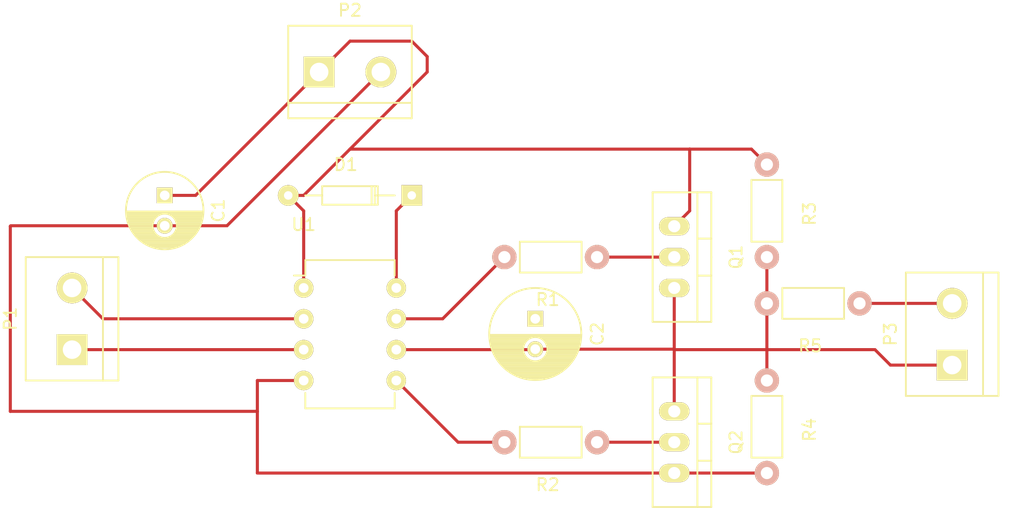
<source format=kicad_pcb>
(kicad_pcb (version 4) (host pcbnew 4.0.2+dfsg1-stable)

  (general
    (links 25)
    (no_connects 1)
    (area 0 0 0 0)
    (thickness 1.6)
    (drawings 0)
    (tracks 52)
    (zones 0)
    (modules 14)
    (nets 12)
  )

  (page A4)
  (layers
    (0 F.Cu signal)
    (31 B.Cu signal)
    (32 B.Adhes user)
    (33 F.Adhes user)
    (34 B.Paste user)
    (35 F.Paste user)
    (36 B.SilkS user)
    (37 F.SilkS user)
    (38 B.Mask user)
    (39 F.Mask user)
    (40 Dwgs.User user)
    (41 Cmts.User user)
    (42 Eco1.User user)
    (43 Eco2.User user)
    (44 Edge.Cuts user)
    (45 Margin user)
    (46 B.CrtYd user)
    (47 F.CrtYd user)
    (48 B.Fab user)
    (49 F.Fab user)
  )

  (setup
    (last_trace_width 0.25)
    (trace_clearance 0.2)
    (zone_clearance 0.508)
    (zone_45_only no)
    (trace_min 0.2)
    (segment_width 0.2)
    (edge_width 0.15)
    (via_size 0.6)
    (via_drill 0.4)
    (via_min_size 0.4)
    (via_min_drill 0.3)
    (uvia_size 0.3)
    (uvia_drill 0.1)
    (uvias_allowed no)
    (uvia_min_size 0.2)
    (uvia_min_drill 0.1)
    (pcb_text_width 0.3)
    (pcb_text_size 1.5 1.5)
    (mod_edge_width 0.15)
    (mod_text_size 1 1)
    (mod_text_width 0.15)
    (pad_size 1.524 1.524)
    (pad_drill 0.762)
    (pad_to_mask_clearance 0.2)
    (aux_axis_origin 0 0)
    (visible_elements FFFFFF7F)
    (pcbplotparams
      (layerselection 0x00030_80000001)
      (usegerberextensions false)
      (excludeedgelayer true)
      (linewidth 0.100000)
      (plotframeref false)
      (viasonmask false)
      (mode 1)
      (useauxorigin false)
      (hpglpennumber 1)
      (hpglpenspeed 20)
      (hpglpendiameter 15)
      (hpglpenoverlay 2)
      (psnegative false)
      (psa4output false)
      (plotreference true)
      (plotvalue true)
      (plotinvisibletext false)
      (padsonsilk false)
      (subtractmaskfromsilk false)
      (outputformat 1)
      (mirror false)
      (drillshape 1)
      (scaleselection 1)
      (outputdirectory ""))
  )

  (net 0 "")
  (net 1 GND)
  (net 2 +12C)
  (net 3 "Net-(C2-Pad2)")
  (net 4 "Net-(C2-Pad1)")
  (net 5 "Net-(P1-Pad1)")
  (net 6 "Net-(P1-Pad2)")
  (net 7 "Net-(P3-Pad2)")
  (net 8 "Net-(Q1-Pad2)")
  (net 9 "Net-(Q2-Pad2)")
  (net 10 "Net-(R1-Pad2)")
  (net 11 "Net-(R2-Pad2)")

  (net_class Default "This is the default net class."
    (clearance 0.2)
    (trace_width 0.25)
    (via_dia 0.6)
    (via_drill 0.4)
    (uvia_dia 0.3)
    (uvia_drill 0.1)
    (add_net +12C)
    (add_net GND)
    (add_net "Net-(C2-Pad1)")
    (add_net "Net-(C2-Pad2)")
    (add_net "Net-(P1-Pad1)")
    (add_net "Net-(P1-Pad2)")
    (add_net "Net-(P3-Pad2)")
    (add_net "Net-(Q1-Pad2)")
    (add_net "Net-(Q2-Pad2)")
    (add_net "Net-(R1-Pad2)")
    (add_net "Net-(R2-Pad2)")
  )

  (module Capacitors_ThroughHole:C_Radial_D6.3_L11.2_P2.5 (layer F.Cu) (tedit 0) (tstamp 5B1F3692)
    (at 151.13 97.79 270)
    (descr "Radial Electrolytic Capacitor, Diameter 6.3mm x Length 11.2mm, Pitch 2.5mm")
    (tags "Electrolytic Capacitor")
    (path /5B1E4AF9)
    (fp_text reference C1 (at 1.25 -4.4 270) (layer F.SilkS)
      (effects (font (size 1 1) (thickness 0.15)))
    )
    (fp_text value C (at 1.25 4.4 270) (layer F.Fab)
      (effects (font (size 1 1) (thickness 0.15)))
    )
    (fp_line (start 1.325 -3.149) (end 1.325 3.149) (layer F.SilkS) (width 0.15))
    (fp_line (start 1.465 -3.143) (end 1.465 3.143) (layer F.SilkS) (width 0.15))
    (fp_line (start 1.605 -3.13) (end 1.605 -0.446) (layer F.SilkS) (width 0.15))
    (fp_line (start 1.605 0.446) (end 1.605 3.13) (layer F.SilkS) (width 0.15))
    (fp_line (start 1.745 -3.111) (end 1.745 -0.656) (layer F.SilkS) (width 0.15))
    (fp_line (start 1.745 0.656) (end 1.745 3.111) (layer F.SilkS) (width 0.15))
    (fp_line (start 1.885 -3.085) (end 1.885 -0.789) (layer F.SilkS) (width 0.15))
    (fp_line (start 1.885 0.789) (end 1.885 3.085) (layer F.SilkS) (width 0.15))
    (fp_line (start 2.025 -3.053) (end 2.025 -0.88) (layer F.SilkS) (width 0.15))
    (fp_line (start 2.025 0.88) (end 2.025 3.053) (layer F.SilkS) (width 0.15))
    (fp_line (start 2.165 -3.014) (end 2.165 -0.942) (layer F.SilkS) (width 0.15))
    (fp_line (start 2.165 0.942) (end 2.165 3.014) (layer F.SilkS) (width 0.15))
    (fp_line (start 2.305 -2.968) (end 2.305 -0.981) (layer F.SilkS) (width 0.15))
    (fp_line (start 2.305 0.981) (end 2.305 2.968) (layer F.SilkS) (width 0.15))
    (fp_line (start 2.445 -2.915) (end 2.445 -0.998) (layer F.SilkS) (width 0.15))
    (fp_line (start 2.445 0.998) (end 2.445 2.915) (layer F.SilkS) (width 0.15))
    (fp_line (start 2.585 -2.853) (end 2.585 -0.996) (layer F.SilkS) (width 0.15))
    (fp_line (start 2.585 0.996) (end 2.585 2.853) (layer F.SilkS) (width 0.15))
    (fp_line (start 2.725 -2.783) (end 2.725 -0.974) (layer F.SilkS) (width 0.15))
    (fp_line (start 2.725 0.974) (end 2.725 2.783) (layer F.SilkS) (width 0.15))
    (fp_line (start 2.865 -2.704) (end 2.865 -0.931) (layer F.SilkS) (width 0.15))
    (fp_line (start 2.865 0.931) (end 2.865 2.704) (layer F.SilkS) (width 0.15))
    (fp_line (start 3.005 -2.616) (end 3.005 -0.863) (layer F.SilkS) (width 0.15))
    (fp_line (start 3.005 0.863) (end 3.005 2.616) (layer F.SilkS) (width 0.15))
    (fp_line (start 3.145 -2.516) (end 3.145 -0.764) (layer F.SilkS) (width 0.15))
    (fp_line (start 3.145 0.764) (end 3.145 2.516) (layer F.SilkS) (width 0.15))
    (fp_line (start 3.285 -2.404) (end 3.285 -0.619) (layer F.SilkS) (width 0.15))
    (fp_line (start 3.285 0.619) (end 3.285 2.404) (layer F.SilkS) (width 0.15))
    (fp_line (start 3.425 -2.279) (end 3.425 -0.38) (layer F.SilkS) (width 0.15))
    (fp_line (start 3.425 0.38) (end 3.425 2.279) (layer F.SilkS) (width 0.15))
    (fp_line (start 3.565 -2.136) (end 3.565 2.136) (layer F.SilkS) (width 0.15))
    (fp_line (start 3.705 -1.974) (end 3.705 1.974) (layer F.SilkS) (width 0.15))
    (fp_line (start 3.845 -1.786) (end 3.845 1.786) (layer F.SilkS) (width 0.15))
    (fp_line (start 3.985 -1.563) (end 3.985 1.563) (layer F.SilkS) (width 0.15))
    (fp_line (start 4.125 -1.287) (end 4.125 1.287) (layer F.SilkS) (width 0.15))
    (fp_line (start 4.265 -0.912) (end 4.265 0.912) (layer F.SilkS) (width 0.15))
    (fp_circle (center 2.5 0) (end 2.5 -1) (layer F.SilkS) (width 0.15))
    (fp_circle (center 1.25 0) (end 1.25 -3.1875) (layer F.SilkS) (width 0.15))
    (fp_circle (center 1.25 0) (end 1.25 -3.4) (layer F.CrtYd) (width 0.05))
    (pad 2 thru_hole circle (at 2.5 0 270) (size 1.3 1.3) (drill 0.8) (layers *.Cu *.Mask F.SilkS)
      (net 1 GND))
    (pad 1 thru_hole rect (at 0 0 270) (size 1.3 1.3) (drill 0.8) (layers *.Cu *.Mask F.SilkS)
      (net 2 +12C))
    (model Capacitors_ThroughHole.3dshapes/C_Radial_D6.3_L11.2_P2.5.wrl
      (at (xyz 0 0 0))
      (scale (xyz 1 1 1))
      (rotate (xyz 0 0 0))
    )
  )

  (module Capacitors_ThroughHole:C_Radial_D7.5_L11.2_P2.5 (layer F.Cu) (tedit 0) (tstamp 5B1F36C4)
    (at 181.61 107.95 270)
    (descr "Radial Electrolytic Capacitor Diameter 7.5mm x Length 11.2mm, Pitch 2.5mm")
    (tags "Electrolytic Capacitor")
    (path /5B1E48E8)
    (fp_text reference C2 (at 1.25 -5.1 270) (layer F.SilkS)
      (effects (font (size 1 1) (thickness 0.15)))
    )
    (fp_text value C (at 1.25 5.1 270) (layer F.Fab)
      (effects (font (size 1 1) (thickness 0.15)))
    )
    (fp_line (start 1.325 -3.749) (end 1.325 3.749) (layer F.SilkS) (width 0.15))
    (fp_line (start 1.465 -3.744) (end 1.465 3.744) (layer F.SilkS) (width 0.15))
    (fp_line (start 1.605 -3.733) (end 1.605 -0.446) (layer F.SilkS) (width 0.15))
    (fp_line (start 1.605 0.446) (end 1.605 3.733) (layer F.SilkS) (width 0.15))
    (fp_line (start 1.745 -3.717) (end 1.745 -0.656) (layer F.SilkS) (width 0.15))
    (fp_line (start 1.745 0.656) (end 1.745 3.717) (layer F.SilkS) (width 0.15))
    (fp_line (start 1.885 -3.696) (end 1.885 -0.789) (layer F.SilkS) (width 0.15))
    (fp_line (start 1.885 0.789) (end 1.885 3.696) (layer F.SilkS) (width 0.15))
    (fp_line (start 2.025 -3.669) (end 2.025 -0.88) (layer F.SilkS) (width 0.15))
    (fp_line (start 2.025 0.88) (end 2.025 3.669) (layer F.SilkS) (width 0.15))
    (fp_line (start 2.165 -3.637) (end 2.165 -0.942) (layer F.SilkS) (width 0.15))
    (fp_line (start 2.165 0.942) (end 2.165 3.637) (layer F.SilkS) (width 0.15))
    (fp_line (start 2.305 -3.599) (end 2.305 -0.981) (layer F.SilkS) (width 0.15))
    (fp_line (start 2.305 0.981) (end 2.305 3.599) (layer F.SilkS) (width 0.15))
    (fp_line (start 2.445 -3.555) (end 2.445 -0.998) (layer F.SilkS) (width 0.15))
    (fp_line (start 2.445 0.998) (end 2.445 3.555) (layer F.SilkS) (width 0.15))
    (fp_line (start 2.585 -3.504) (end 2.585 -0.996) (layer F.SilkS) (width 0.15))
    (fp_line (start 2.585 0.996) (end 2.585 3.504) (layer F.SilkS) (width 0.15))
    (fp_line (start 2.725 -3.448) (end 2.725 -0.974) (layer F.SilkS) (width 0.15))
    (fp_line (start 2.725 0.974) (end 2.725 3.448) (layer F.SilkS) (width 0.15))
    (fp_line (start 2.865 -3.384) (end 2.865 -0.931) (layer F.SilkS) (width 0.15))
    (fp_line (start 2.865 0.931) (end 2.865 3.384) (layer F.SilkS) (width 0.15))
    (fp_line (start 3.005 -3.314) (end 3.005 -0.863) (layer F.SilkS) (width 0.15))
    (fp_line (start 3.005 0.863) (end 3.005 3.314) (layer F.SilkS) (width 0.15))
    (fp_line (start 3.145 -3.236) (end 3.145 -0.764) (layer F.SilkS) (width 0.15))
    (fp_line (start 3.145 0.764) (end 3.145 3.236) (layer F.SilkS) (width 0.15))
    (fp_line (start 3.285 -3.15) (end 3.285 -0.619) (layer F.SilkS) (width 0.15))
    (fp_line (start 3.285 0.619) (end 3.285 3.15) (layer F.SilkS) (width 0.15))
    (fp_line (start 3.425 -3.055) (end 3.425 -0.38) (layer F.SilkS) (width 0.15))
    (fp_line (start 3.425 0.38) (end 3.425 3.055) (layer F.SilkS) (width 0.15))
    (fp_line (start 3.565 -2.95) (end 3.565 2.95) (layer F.SilkS) (width 0.15))
    (fp_line (start 3.705 -2.835) (end 3.705 2.835) (layer F.SilkS) (width 0.15))
    (fp_line (start 3.845 -2.707) (end 3.845 2.707) (layer F.SilkS) (width 0.15))
    (fp_line (start 3.985 -2.566) (end 3.985 2.566) (layer F.SilkS) (width 0.15))
    (fp_line (start 4.125 -2.408) (end 4.125 2.408) (layer F.SilkS) (width 0.15))
    (fp_line (start 4.265 -2.23) (end 4.265 2.23) (layer F.SilkS) (width 0.15))
    (fp_line (start 4.405 -2.027) (end 4.405 2.027) (layer F.SilkS) (width 0.15))
    (fp_line (start 4.545 -1.79) (end 4.545 1.79) (layer F.SilkS) (width 0.15))
    (fp_line (start 4.685 -1.504) (end 4.685 1.504) (layer F.SilkS) (width 0.15))
    (fp_line (start 4.825 -1.132) (end 4.825 1.132) (layer F.SilkS) (width 0.15))
    (fp_line (start 4.965 -0.511) (end 4.965 0.511) (layer F.SilkS) (width 0.15))
    (fp_circle (center 2.5 0) (end 2.5 -1) (layer F.SilkS) (width 0.15))
    (fp_circle (center 1.25 0) (end 1.25 -3.7875) (layer F.SilkS) (width 0.15))
    (fp_circle (center 1.25 0) (end 1.25 -4.1) (layer F.CrtYd) (width 0.05))
    (pad 2 thru_hole circle (at 2.5 0 270) (size 1.3 1.3) (drill 0.8) (layers *.Cu *.Mask F.SilkS)
      (net 3 "Net-(C2-Pad2)"))
    (pad 1 thru_hole rect (at 0 0 270) (size 1.3 1.3) (drill 0.8) (layers *.Cu *.Mask F.SilkS)
      (net 4 "Net-(C2-Pad1)"))
    (model Capacitors_ThroughHole.3dshapes/C_Radial_D7.5_L11.2_P2.5.wrl
      (at (xyz 0 0 0))
      (scale (xyz 1 1 1))
      (rotate (xyz 0 0 0))
    )
  )

  (module Diodes_ThroughHole:Diode_DO-35_SOD27_Horizontal_RM10 (layer F.Cu) (tedit 552FFC30) (tstamp 5B1F36D3)
    (at 171.45 97.79 180)
    (descr "Diode, DO-35,  SOD27, Horizontal, RM 10mm")
    (tags "Diode, DO-35, SOD27, Horizontal, RM 10mm, 1N4148,")
    (path /5B1E49DB)
    (fp_text reference D1 (at 5.43052 2.53746 180) (layer F.SilkS)
      (effects (font (size 1 1) (thickness 0.15)))
    )
    (fp_text value D (at 4.41452 -3.55854 180) (layer F.Fab)
      (effects (font (size 1 1) (thickness 0.15)))
    )
    (fp_line (start 7.36652 -0.00254) (end 8.76352 -0.00254) (layer F.SilkS) (width 0.15))
    (fp_line (start 2.92152 -0.00254) (end 1.39752 -0.00254) (layer F.SilkS) (width 0.15))
    (fp_line (start 3.30252 -0.76454) (end 3.30252 0.75946) (layer F.SilkS) (width 0.15))
    (fp_line (start 3.04852 -0.76454) (end 3.04852 0.75946) (layer F.SilkS) (width 0.15))
    (fp_line (start 2.79452 -0.00254) (end 2.79452 0.75946) (layer F.SilkS) (width 0.15))
    (fp_line (start 2.79452 0.75946) (end 7.36652 0.75946) (layer F.SilkS) (width 0.15))
    (fp_line (start 7.36652 0.75946) (end 7.36652 -0.76454) (layer F.SilkS) (width 0.15))
    (fp_line (start 7.36652 -0.76454) (end 2.79452 -0.76454) (layer F.SilkS) (width 0.15))
    (fp_line (start 2.79452 -0.76454) (end 2.79452 -0.00254) (layer F.SilkS) (width 0.15))
    (pad 2 thru_hole circle (at 10.16052 -0.00254) (size 1.69926 1.69926) (drill 0.70104) (layers *.Cu *.Mask F.SilkS)
      (net 2 +12C))
    (pad 1 thru_hole rect (at 0.00052 -0.00254) (size 1.69926 1.69926) (drill 0.70104) (layers *.Cu *.Mask F.SilkS)
      (net 4 "Net-(C2-Pad1)"))
    (model Diodes_ThroughHole.3dshapes/Diode_DO-35_SOD27_Horizontal_RM10.wrl
      (at (xyz 0.2 0 0))
      (scale (xyz 0.4 0.4 0.4))
      (rotate (xyz 0 0 180))
    )
  )

  (module Connect:bornier2 (layer F.Cu) (tedit 0) (tstamp 5B1F36DE)
    (at 143.51 107.95 90)
    (descr "Bornier d'alimentation 2 pins")
    (tags DEV)
    (path /5B1E4B78)
    (fp_text reference P1 (at 0 -5.08 90) (layer F.SilkS)
      (effects (font (size 1 1) (thickness 0.15)))
    )
    (fp_text value CONN_01X02 (at 0 5.08 90) (layer F.Fab)
      (effects (font (size 1 1) (thickness 0.15)))
    )
    (fp_line (start 5.08 2.54) (end -5.08 2.54) (layer F.SilkS) (width 0.15))
    (fp_line (start 5.08 3.81) (end 5.08 -3.81) (layer F.SilkS) (width 0.15))
    (fp_line (start 5.08 -3.81) (end -5.08 -3.81) (layer F.SilkS) (width 0.15))
    (fp_line (start -5.08 -3.81) (end -5.08 3.81) (layer F.SilkS) (width 0.15))
    (fp_line (start -5.08 3.81) (end 5.08 3.81) (layer F.SilkS) (width 0.15))
    (pad 1 thru_hole rect (at -2.54 0 90) (size 2.54 2.54) (drill 1.524) (layers *.Cu *.Mask F.SilkS)
      (net 5 "Net-(P1-Pad1)"))
    (pad 2 thru_hole circle (at 2.54 0 90) (size 2.54 2.54) (drill 1.524) (layers *.Cu *.Mask F.SilkS)
      (net 6 "Net-(P1-Pad2)"))
    (model Connect.3dshapes/bornier2.wrl
      (at (xyz 0 0 0))
      (scale (xyz 1 1 1))
      (rotate (xyz 0 0 0))
    )
  )

  (module Connect:bornier2 (layer F.Cu) (tedit 0) (tstamp 5B1F36E9)
    (at 166.37 87.63)
    (descr "Bornier d'alimentation 2 pins")
    (tags DEV)
    (path /5B1E4C8E)
    (fp_text reference P2 (at 0 -5.08) (layer F.SilkS)
      (effects (font (size 1 1) (thickness 0.15)))
    )
    (fp_text value CONN_01X02 (at 0 5.08) (layer F.Fab)
      (effects (font (size 1 1) (thickness 0.15)))
    )
    (fp_line (start 5.08 2.54) (end -5.08 2.54) (layer F.SilkS) (width 0.15))
    (fp_line (start 5.08 3.81) (end 5.08 -3.81) (layer F.SilkS) (width 0.15))
    (fp_line (start 5.08 -3.81) (end -5.08 -3.81) (layer F.SilkS) (width 0.15))
    (fp_line (start -5.08 -3.81) (end -5.08 3.81) (layer F.SilkS) (width 0.15))
    (fp_line (start -5.08 3.81) (end 5.08 3.81) (layer F.SilkS) (width 0.15))
    (pad 1 thru_hole rect (at -2.54 0) (size 2.54 2.54) (drill 1.524) (layers *.Cu *.Mask F.SilkS)
      (net 2 +12C))
    (pad 2 thru_hole circle (at 2.54 0) (size 2.54 2.54) (drill 1.524) (layers *.Cu *.Mask F.SilkS)
      (net 1 GND))
    (model Connect.3dshapes/bornier2.wrl
      (at (xyz 0 0 0))
      (scale (xyz 1 1 1))
      (rotate (xyz 0 0 0))
    )
  )

  (module Connect:bornier2 (layer F.Cu) (tedit 0) (tstamp 5B1F36F4)
    (at 215.9 109.22 90)
    (descr "Bornier d'alimentation 2 pins")
    (tags DEV)
    (path /5B1E410B)
    (fp_text reference P3 (at 0 -5.08 90) (layer F.SilkS)
      (effects (font (size 1 1) (thickness 0.15)))
    )
    (fp_text value CONN_01X02 (at 0 5.08 90) (layer F.Fab)
      (effects (font (size 1 1) (thickness 0.15)))
    )
    (fp_line (start 5.08 2.54) (end -5.08 2.54) (layer F.SilkS) (width 0.15))
    (fp_line (start 5.08 3.81) (end 5.08 -3.81) (layer F.SilkS) (width 0.15))
    (fp_line (start 5.08 -3.81) (end -5.08 -3.81) (layer F.SilkS) (width 0.15))
    (fp_line (start -5.08 -3.81) (end -5.08 3.81) (layer F.SilkS) (width 0.15))
    (fp_line (start -5.08 3.81) (end 5.08 3.81) (layer F.SilkS) (width 0.15))
    (pad 1 thru_hole rect (at -2.54 0 90) (size 2.54 2.54) (drill 1.524) (layers *.Cu *.Mask F.SilkS)
      (net 3 "Net-(C2-Pad2)"))
    (pad 2 thru_hole circle (at 2.54 0 90) (size 2.54 2.54) (drill 1.524) (layers *.Cu *.Mask F.SilkS)
      (net 7 "Net-(P3-Pad2)"))
    (model Connect.3dshapes/bornier2.wrl
      (at (xyz 0 0 0))
      (scale (xyz 1 1 1))
      (rotate (xyz 0 0 0))
    )
  )

  (module TO_SOT_Packages_THT:TO-220_Neutral123_Vertical (layer F.Cu) (tedit 0) (tstamp 5B1F3705)
    (at 193.04 102.87 270)
    (descr "TO-220, Neutral, Vertical,")
    (tags "TO-220, Neutral, Vertical,")
    (path /5B1E3DED)
    (fp_text reference Q1 (at 0 -5.08 270) (layer F.SilkS)
      (effects (font (size 1 1) (thickness 0.15)))
    )
    (fp_text value Q_NMOS_DGS (at 0 3.81 270) (layer F.Fab)
      (effects (font (size 1 1) (thickness 0.15)))
    )
    (fp_line (start -1.524 -3.048) (end -1.524 -1.905) (layer F.SilkS) (width 0.15))
    (fp_line (start 1.524 -3.048) (end 1.524 -1.905) (layer F.SilkS) (width 0.15))
    (fp_line (start 5.334 -1.905) (end 5.334 1.778) (layer F.SilkS) (width 0.15))
    (fp_line (start 5.334 1.778) (end -5.334 1.778) (layer F.SilkS) (width 0.15))
    (fp_line (start -5.334 1.778) (end -5.334 -1.905) (layer F.SilkS) (width 0.15))
    (fp_line (start 5.334 -3.048) (end 5.334 -1.905) (layer F.SilkS) (width 0.15))
    (fp_line (start 5.334 -1.905) (end -5.334 -1.905) (layer F.SilkS) (width 0.15))
    (fp_line (start -5.334 -1.905) (end -5.334 -3.048) (layer F.SilkS) (width 0.15))
    (fp_line (start 0 -3.048) (end -5.334 -3.048) (layer F.SilkS) (width 0.15))
    (fp_line (start 0 -3.048) (end 5.334 -3.048) (layer F.SilkS) (width 0.15))
    (pad 2 thru_hole oval (at 0 0) (size 2.49936 1.50114) (drill 1.00076) (layers *.Cu *.Mask F.SilkS)
      (net 8 "Net-(Q1-Pad2)"))
    (pad 1 thru_hole oval (at -2.54 0) (size 2.49936 1.50114) (drill 1.00076) (layers *.Cu *.Mask F.SilkS)
      (net 2 +12C))
    (pad 3 thru_hole oval (at 2.54 0) (size 2.49936 1.50114) (drill 1.00076) (layers *.Cu *.Mask F.SilkS)
      (net 3 "Net-(C2-Pad2)"))
    (model TO_SOT_Packages_THT.3dshapes/TO-220_Neutral123_Vertical.wrl
      (at (xyz 0 0 0))
      (scale (xyz 0.3937 0.3937 0.3937))
      (rotate (xyz 0 0 0))
    )
  )

  (module TO_SOT_Packages_THT:TO-220_Neutral123_Vertical (layer F.Cu) (tedit 0) (tstamp 5B1F3716)
    (at 193.04 118.11 270)
    (descr "TO-220, Neutral, Vertical,")
    (tags "TO-220, Neutral, Vertical,")
    (path /5B1E3F03)
    (fp_text reference Q2 (at 0 -5.08 270) (layer F.SilkS)
      (effects (font (size 1 1) (thickness 0.15)))
    )
    (fp_text value Q_NMOS_DGS (at 0 3.81 270) (layer F.Fab)
      (effects (font (size 1 1) (thickness 0.15)))
    )
    (fp_line (start -1.524 -3.048) (end -1.524 -1.905) (layer F.SilkS) (width 0.15))
    (fp_line (start 1.524 -3.048) (end 1.524 -1.905) (layer F.SilkS) (width 0.15))
    (fp_line (start 5.334 -1.905) (end 5.334 1.778) (layer F.SilkS) (width 0.15))
    (fp_line (start 5.334 1.778) (end -5.334 1.778) (layer F.SilkS) (width 0.15))
    (fp_line (start -5.334 1.778) (end -5.334 -1.905) (layer F.SilkS) (width 0.15))
    (fp_line (start 5.334 -3.048) (end 5.334 -1.905) (layer F.SilkS) (width 0.15))
    (fp_line (start 5.334 -1.905) (end -5.334 -1.905) (layer F.SilkS) (width 0.15))
    (fp_line (start -5.334 -1.905) (end -5.334 -3.048) (layer F.SilkS) (width 0.15))
    (fp_line (start 0 -3.048) (end -5.334 -3.048) (layer F.SilkS) (width 0.15))
    (fp_line (start 0 -3.048) (end 5.334 -3.048) (layer F.SilkS) (width 0.15))
    (pad 2 thru_hole oval (at 0 0) (size 2.49936 1.50114) (drill 1.00076) (layers *.Cu *.Mask F.SilkS)
      (net 9 "Net-(Q2-Pad2)"))
    (pad 1 thru_hole oval (at -2.54 0) (size 2.49936 1.50114) (drill 1.00076) (layers *.Cu *.Mask F.SilkS)
      (net 3 "Net-(C2-Pad2)"))
    (pad 3 thru_hole oval (at 2.54 0) (size 2.49936 1.50114) (drill 1.00076) (layers *.Cu *.Mask F.SilkS)
      (net 1 GND))
    (model TO_SOT_Packages_THT.3dshapes/TO-220_Neutral123_Vertical.wrl
      (at (xyz 0 0 0))
      (scale (xyz 0.3937 0.3937 0.3937))
      (rotate (xyz 0 0 0))
    )
  )

  (module Resistors_ThroughHole:Resistor_Horizontal_RM7mm (layer F.Cu) (tedit 569FCF07) (tstamp 5B1F3724)
    (at 186.69 102.87 180)
    (descr "Resistor, Axial,  RM 7.62mm, 1/3W,")
    (tags "Resistor Axial RM 7.62mm 1/3W R3")
    (path /5B1E4807)
    (fp_text reference R1 (at 4.05892 -3.50012 180) (layer F.SilkS)
      (effects (font (size 1 1) (thickness 0.15)))
    )
    (fp_text value R (at 3.81 3.81 180) (layer F.Fab)
      (effects (font (size 1 1) (thickness 0.15)))
    )
    (fp_line (start -1.25 -1.5) (end 8.85 -1.5) (layer F.CrtYd) (width 0.05))
    (fp_line (start -1.25 1.5) (end -1.25 -1.5) (layer F.CrtYd) (width 0.05))
    (fp_line (start 8.85 -1.5) (end 8.85 1.5) (layer F.CrtYd) (width 0.05))
    (fp_line (start -1.25 1.5) (end 8.85 1.5) (layer F.CrtYd) (width 0.05))
    (fp_line (start 1.27 -1.27) (end 6.35 -1.27) (layer F.SilkS) (width 0.15))
    (fp_line (start 6.35 -1.27) (end 6.35 1.27) (layer F.SilkS) (width 0.15))
    (fp_line (start 6.35 1.27) (end 1.27 1.27) (layer F.SilkS) (width 0.15))
    (fp_line (start 1.27 1.27) (end 1.27 -1.27) (layer F.SilkS) (width 0.15))
    (pad 1 thru_hole circle (at 0 0 180) (size 1.99898 1.99898) (drill 1.00076) (layers *.Cu *.SilkS *.Mask)
      (net 8 "Net-(Q1-Pad2)"))
    (pad 2 thru_hole circle (at 7.62 0 180) (size 1.99898 1.99898) (drill 1.00076) (layers *.Cu *.SilkS *.Mask)
      (net 10 "Net-(R1-Pad2)"))
  )

  (module Resistors_ThroughHole:Resistor_Horizontal_RM7mm (layer F.Cu) (tedit 569FCF07) (tstamp 5B1F3732)
    (at 186.69 118.11 180)
    (descr "Resistor, Axial,  RM 7.62mm, 1/3W,")
    (tags "Resistor Axial RM 7.62mm 1/3W R3")
    (path /5B1E4866)
    (fp_text reference R2 (at 4.05892 -3.50012 180) (layer F.SilkS)
      (effects (font (size 1 1) (thickness 0.15)))
    )
    (fp_text value R (at 3.81 3.81 180) (layer F.Fab)
      (effects (font (size 1 1) (thickness 0.15)))
    )
    (fp_line (start -1.25 -1.5) (end 8.85 -1.5) (layer F.CrtYd) (width 0.05))
    (fp_line (start -1.25 1.5) (end -1.25 -1.5) (layer F.CrtYd) (width 0.05))
    (fp_line (start 8.85 -1.5) (end 8.85 1.5) (layer F.CrtYd) (width 0.05))
    (fp_line (start -1.25 1.5) (end 8.85 1.5) (layer F.CrtYd) (width 0.05))
    (fp_line (start 1.27 -1.27) (end 6.35 -1.27) (layer F.SilkS) (width 0.15))
    (fp_line (start 6.35 -1.27) (end 6.35 1.27) (layer F.SilkS) (width 0.15))
    (fp_line (start 6.35 1.27) (end 1.27 1.27) (layer F.SilkS) (width 0.15))
    (fp_line (start 1.27 1.27) (end 1.27 -1.27) (layer F.SilkS) (width 0.15))
    (pad 1 thru_hole circle (at 0 0 180) (size 1.99898 1.99898) (drill 1.00076) (layers *.Cu *.SilkS *.Mask)
      (net 9 "Net-(Q2-Pad2)"))
    (pad 2 thru_hole circle (at 7.62 0 180) (size 1.99898 1.99898) (drill 1.00076) (layers *.Cu *.SilkS *.Mask)
      (net 11 "Net-(R2-Pad2)"))
  )

  (module Resistors_ThroughHole:Resistor_Horizontal_RM7mm (layer F.Cu) (tedit 569FCF07) (tstamp 5B1F3740)
    (at 200.66 95.25 270)
    (descr "Resistor, Axial,  RM 7.62mm, 1/3W,")
    (tags "Resistor Axial RM 7.62mm 1/3W R3")
    (path /5B1E3F82)
    (fp_text reference R3 (at 4.05892 -3.50012 270) (layer F.SilkS)
      (effects (font (size 1 1) (thickness 0.15)))
    )
    (fp_text value R (at 3.81 3.81 270) (layer F.Fab)
      (effects (font (size 1 1) (thickness 0.15)))
    )
    (fp_line (start -1.25 -1.5) (end 8.85 -1.5) (layer F.CrtYd) (width 0.05))
    (fp_line (start -1.25 1.5) (end -1.25 -1.5) (layer F.CrtYd) (width 0.05))
    (fp_line (start 8.85 -1.5) (end 8.85 1.5) (layer F.CrtYd) (width 0.05))
    (fp_line (start -1.25 1.5) (end 8.85 1.5) (layer F.CrtYd) (width 0.05))
    (fp_line (start 1.27 -1.27) (end 6.35 -1.27) (layer F.SilkS) (width 0.15))
    (fp_line (start 6.35 -1.27) (end 6.35 1.27) (layer F.SilkS) (width 0.15))
    (fp_line (start 6.35 1.27) (end 1.27 1.27) (layer F.SilkS) (width 0.15))
    (fp_line (start 1.27 1.27) (end 1.27 -1.27) (layer F.SilkS) (width 0.15))
    (pad 1 thru_hole circle (at 0 0 270) (size 1.99898 1.99898) (drill 1.00076) (layers *.Cu *.SilkS *.Mask)
      (net 2 +12C))
    (pad 2 thru_hole circle (at 7.62 0 270) (size 1.99898 1.99898) (drill 1.00076) (layers *.Cu *.SilkS *.Mask)
      (net 3 "Net-(C2-Pad2)"))
  )

  (module Resistors_ThroughHole:Resistor_Horizontal_RM7mm (layer F.Cu) (tedit 569FCF07) (tstamp 5B1F374E)
    (at 200.66 113.03 270)
    (descr "Resistor, Axial,  RM 7.62mm, 1/3W,")
    (tags "Resistor Axial RM 7.62mm 1/3W R3")
    (path /5B1E4062)
    (fp_text reference R4 (at 4.05892 -3.50012 270) (layer F.SilkS)
      (effects (font (size 1 1) (thickness 0.15)))
    )
    (fp_text value R (at 3.81 3.81 270) (layer F.Fab)
      (effects (font (size 1 1) (thickness 0.15)))
    )
    (fp_line (start -1.25 -1.5) (end 8.85 -1.5) (layer F.CrtYd) (width 0.05))
    (fp_line (start -1.25 1.5) (end -1.25 -1.5) (layer F.CrtYd) (width 0.05))
    (fp_line (start 8.85 -1.5) (end 8.85 1.5) (layer F.CrtYd) (width 0.05))
    (fp_line (start -1.25 1.5) (end 8.85 1.5) (layer F.CrtYd) (width 0.05))
    (fp_line (start 1.27 -1.27) (end 6.35 -1.27) (layer F.SilkS) (width 0.15))
    (fp_line (start 6.35 -1.27) (end 6.35 1.27) (layer F.SilkS) (width 0.15))
    (fp_line (start 6.35 1.27) (end 1.27 1.27) (layer F.SilkS) (width 0.15))
    (fp_line (start 1.27 1.27) (end 1.27 -1.27) (layer F.SilkS) (width 0.15))
    (pad 1 thru_hole circle (at 0 0 270) (size 1.99898 1.99898) (drill 1.00076) (layers *.Cu *.SilkS *.Mask)
      (net 3 "Net-(C2-Pad2)"))
    (pad 2 thru_hole circle (at 7.62 0 270) (size 1.99898 1.99898) (drill 1.00076) (layers *.Cu *.SilkS *.Mask)
      (net 1 GND))
  )

  (module Resistors_ThroughHole:Resistor_Horizontal_RM7mm (layer F.Cu) (tedit 569FCF07) (tstamp 5B1F375C)
    (at 208.28 106.68 180)
    (descr "Resistor, Axial,  RM 7.62mm, 1/3W,")
    (tags "Resistor Axial RM 7.62mm 1/3W R3")
    (path /5B1E416A)
    (fp_text reference R5 (at 4.05892 -3.50012 180) (layer F.SilkS)
      (effects (font (size 1 1) (thickness 0.15)))
    )
    (fp_text value R (at 3.81 3.81 180) (layer F.Fab)
      (effects (font (size 1 1) (thickness 0.15)))
    )
    (fp_line (start -1.25 -1.5) (end 8.85 -1.5) (layer F.CrtYd) (width 0.05))
    (fp_line (start -1.25 1.5) (end -1.25 -1.5) (layer F.CrtYd) (width 0.05))
    (fp_line (start 8.85 -1.5) (end 8.85 1.5) (layer F.CrtYd) (width 0.05))
    (fp_line (start -1.25 1.5) (end 8.85 1.5) (layer F.CrtYd) (width 0.05))
    (fp_line (start 1.27 -1.27) (end 6.35 -1.27) (layer F.SilkS) (width 0.15))
    (fp_line (start 6.35 -1.27) (end 6.35 1.27) (layer F.SilkS) (width 0.15))
    (fp_line (start 6.35 1.27) (end 1.27 1.27) (layer F.SilkS) (width 0.15))
    (fp_line (start 1.27 1.27) (end 1.27 -1.27) (layer F.SilkS) (width 0.15))
    (pad 1 thru_hole circle (at 0 0 180) (size 1.99898 1.99898) (drill 1.00076) (layers *.Cu *.SilkS *.Mask)
      (net 7 "Net-(P3-Pad2)"))
    (pad 2 thru_hole circle (at 7.62 0 180) (size 1.99898 1.99898) (drill 1.00076) (layers *.Cu *.SilkS *.Mask)
      (net 3 "Net-(C2-Pad2)"))
  )

  (module Housings_DIP:DIP-8_W7.62mm (layer F.Cu) (tedit 54130A77) (tstamp 5B1F3773)
    (at 162.56 105.41)
    (descr "8-lead dip package, row spacing 7.62 mm (300 mils)")
    (tags "dil dip 2.54 300")
    (path /5B1E5ECD)
    (fp_text reference U1 (at 0 -5.22) (layer F.SilkS)
      (effects (font (size 1 1) (thickness 0.15)))
    )
    (fp_text value IR2101 (at 0 -3.72) (layer F.Fab)
      (effects (font (size 1 1) (thickness 0.15)))
    )
    (fp_line (start -1.05 -2.45) (end -1.05 10.1) (layer F.CrtYd) (width 0.05))
    (fp_line (start 8.65 -2.45) (end 8.65 10.1) (layer F.CrtYd) (width 0.05))
    (fp_line (start -1.05 -2.45) (end 8.65 -2.45) (layer F.CrtYd) (width 0.05))
    (fp_line (start -1.05 10.1) (end 8.65 10.1) (layer F.CrtYd) (width 0.05))
    (fp_line (start 0.135 -2.295) (end 0.135 -1.025) (layer F.SilkS) (width 0.15))
    (fp_line (start 7.485 -2.295) (end 7.485 -1.025) (layer F.SilkS) (width 0.15))
    (fp_line (start 7.485 9.915) (end 7.485 8.645) (layer F.SilkS) (width 0.15))
    (fp_line (start 0.135 9.915) (end 0.135 8.645) (layer F.SilkS) (width 0.15))
    (fp_line (start 0.135 -2.295) (end 7.485 -2.295) (layer F.SilkS) (width 0.15))
    (fp_line (start 0.135 9.915) (end 7.485 9.915) (layer F.SilkS) (width 0.15))
    (fp_line (start 0.135 -1.025) (end -0.8 -1.025) (layer F.SilkS) (width 0.15))
    (pad 1 thru_hole oval (at 0 0) (size 1.6 1.6) (drill 0.8) (layers *.Cu *.Mask F.SilkS)
      (net 2 +12C))
    (pad 2 thru_hole oval (at 0 2.54) (size 1.6 1.6) (drill 0.8) (layers *.Cu *.Mask F.SilkS)
      (net 6 "Net-(P1-Pad2)"))
    (pad 3 thru_hole oval (at 0 5.08) (size 1.6 1.6) (drill 0.8) (layers *.Cu *.Mask F.SilkS)
      (net 5 "Net-(P1-Pad1)"))
    (pad 4 thru_hole oval (at 0 7.62) (size 1.6 1.6) (drill 0.8) (layers *.Cu *.Mask F.SilkS)
      (net 1 GND))
    (pad 5 thru_hole oval (at 7.62 7.62) (size 1.6 1.6) (drill 0.8) (layers *.Cu *.Mask F.SilkS)
      (net 11 "Net-(R2-Pad2)"))
    (pad 6 thru_hole oval (at 7.62 5.08) (size 1.6 1.6) (drill 0.8) (layers *.Cu *.Mask F.SilkS)
      (net 3 "Net-(C2-Pad2)"))
    (pad 7 thru_hole oval (at 7.62 2.54) (size 1.6 1.6) (drill 0.8) (layers *.Cu *.Mask F.SilkS)
      (net 10 "Net-(R1-Pad2)"))
    (pad 8 thru_hole oval (at 7.62 0) (size 1.6 1.6) (drill 0.8) (layers *.Cu *.Mask F.SilkS)
      (net 4 "Net-(C2-Pad1)"))
    (model Housings_DIP.3dshapes/DIP-8_W7.62mm.wrl
      (at (xyz 0 0 0))
      (scale (xyz 1 1 1))
      (rotate (xyz 0 0 0))
    )
  )

  (segment (start 151.13 100.29) (end 156.25 100.29) (width 0.25) (layer F.Cu) (net 1) (status 400000))
  (segment (start 156.25 100.29) (end 168.91 87.63) (width 0.25) (layer F.Cu) (net 1) (tstamp 5B1F3ACA) (status 800000))
  (segment (start 151.13 100.29) (end 138.47 100.29) (width 0.25) (layer F.Cu) (net 1) (status 400000))
  (segment (start 138.43 115.57) (end 158.75 115.57) (width 0.25) (layer F.Cu) (net 1) (tstamp 5B1F3ABC))
  (segment (start 138.43 100.33) (end 138.43 115.57) (width 0.25) (layer F.Cu) (net 1) (tstamp 5B1F3ABB))
  (segment (start 138.47 100.29) (end 138.43 100.33) (width 0.25) (layer F.Cu) (net 1) (tstamp 5B1F3ABA))
  (segment (start 200.66 120.65) (end 193.04 120.65) (width 0.25) (layer F.Cu) (net 1) (status C00000))
  (segment (start 193.04 120.65) (end 158.75 120.65) (width 0.25) (layer F.Cu) (net 1) (tstamp 5B1F3AA0) (status 400000))
  (segment (start 158.75 120.65) (end 158.75 115.57) (width 0.25) (layer F.Cu) (net 1) (tstamp 5B1F3AA1))
  (segment (start 158.75 115.57) (end 158.75 113.03) (width 0.25) (layer F.Cu) (net 1) (tstamp 5B1F3ABF))
  (segment (start 158.75 113.03) (end 162.56 113.03) (width 0.25) (layer F.Cu) (net 1) (tstamp 5B1F3AA2) (status 800000))
  (segment (start 194.31 93.98) (end 194.31 99.06) (width 0.25) (layer F.Cu) (net 2))
  (segment (start 194.31 99.06) (end 193.04 100.33) (width 0.25) (layer F.Cu) (net 2) (tstamp 5B1F3ADF) (status 800000))
  (segment (start 166.37 93.98) (end 194.31 93.98) (width 0.25) (layer F.Cu) (net 2))
  (segment (start 194.31 93.98) (end 199.39 93.98) (width 0.25) (layer F.Cu) (net 2) (tstamp 5B1F3ADD))
  (segment (start 199.39 93.98) (end 200.66 95.25) (width 0.25) (layer F.Cu) (net 2) (tstamp 5B1F3AD9) (status 800000))
  (segment (start 161.28948 97.79254) (end 162.55746 97.79254) (width 0.25) (layer F.Cu) (net 2) (status 400000))
  (segment (start 166.37 85.09) (end 163.83 87.63) (width 0.25) (layer F.Cu) (net 2) (tstamp 5B1F3AD4) (status 800000))
  (segment (start 171.45 85.09) (end 166.37 85.09) (width 0.25) (layer F.Cu) (net 2) (tstamp 5B1F3AD2))
  (segment (start 172.72 86.36) (end 171.45 85.09) (width 0.25) (layer F.Cu) (net 2) (tstamp 5B1F3AD0))
  (segment (start 172.72 87.63) (end 172.72 86.36) (width 0.25) (layer F.Cu) (net 2) (tstamp 5B1F3ACE))
  (segment (start 162.55746 97.79254) (end 166.37 93.98) (width 0.25) (layer F.Cu) (net 2) (tstamp 5B1F3ACD))
  (segment (start 166.37 93.98) (end 172.72 87.63) (width 0.25) (layer F.Cu) (net 2) (tstamp 5B1F3AD7))
  (segment (start 162.56 105.41) (end 162.56 99.06306) (width 0.25) (layer F.Cu) (net 2) (status 400000))
  (segment (start 162.56 99.06306) (end 161.28948 97.79254) (width 0.25) (layer F.Cu) (net 2) (tstamp 5B1F3AC5) (status 800000))
  (segment (start 151.13 97.79) (end 153.67 97.79) (width 0.25) (layer F.Cu) (net 2) (status 400000))
  (segment (start 153.67 97.79) (end 163.83 87.63) (width 0.25) (layer F.Cu) (net 2) (tstamp 5B1F3AC1) (status 800000))
  (segment (start 181.61 110.45) (end 193 110.45) (width 0.25) (layer F.Cu) (net 3) (status 400000))
  (segment (start 193 110.45) (end 193.04 110.49) (width 0.25) (layer F.Cu) (net 3) (tstamp 5B1F3AAC))
  (segment (start 170.18 110.49) (end 181.57 110.49) (width 0.25) (layer F.Cu) (net 3) (status C00000))
  (segment (start 181.57 110.49) (end 181.61 110.45) (width 0.25) (layer F.Cu) (net 3) (tstamp 5B1F3AA9) (status C00000))
  (segment (start 200.66 110.49) (end 209.55 110.49) (width 0.25) (layer F.Cu) (net 3))
  (segment (start 210.82 111.76) (end 215.9 111.76) (width 0.25) (layer F.Cu) (net 3) (tstamp 5B1F3A98) (status 800000))
  (segment (start 209.55 110.49) (end 210.82 111.76) (width 0.25) (layer F.Cu) (net 3) (tstamp 5B1F3A96))
  (segment (start 200.66 110.49) (end 200.66 113.03) (width 0.25) (layer F.Cu) (net 3) (status 800000))
  (segment (start 193.04 110.49) (end 200.66 110.49) (width 0.25) (layer F.Cu) (net 3))
  (segment (start 200.66 110.49) (end 200.66 106.68) (width 0.25) (layer F.Cu) (net 3) (tstamp 5B1F3A90) (status 800000))
  (segment (start 200.66 106.68) (end 200.66 102.87) (width 0.25) (layer F.Cu) (net 3) (tstamp 5B1F3A91) (status C00000))
  (segment (start 193.04 105.41) (end 193.04 110.49) (width 0.25) (layer F.Cu) (net 3) (status 400000))
  (segment (start 193.04 110.49) (end 193.04 115.57) (width 0.25) (layer F.Cu) (net 3) (tstamp 5B1F3A8E) (status 800000))
  (segment (start 170.18 105.41) (end 170.18 99.06202) (width 0.25) (layer F.Cu) (net 4) (status 400000))
  (segment (start 170.18 99.06202) (end 171.44948 97.79254) (width 0.25) (layer F.Cu) (net 4) (tstamp 5B1F3AC8) (status 800000))
  (segment (start 162.56 110.49) (end 143.51 110.49) (width 0.25) (layer F.Cu) (net 5) (status C00000))
  (segment (start 162.56 107.95) (end 146.05 107.95) (width 0.25) (layer F.Cu) (net 6) (status 400000))
  (segment (start 146.05 107.95) (end 143.51 105.41) (width 0.25) (layer F.Cu) (net 6) (tstamp 5B1F3AB0) (status 800000))
  (segment (start 215.9 106.68) (end 208.28 106.68) (width 0.25) (layer F.Cu) (net 7) (status C00000))
  (segment (start 193.04 102.87) (end 186.69 102.87) (width 0.25) (layer F.Cu) (net 8) (status C00000))
  (segment (start 193.04 118.11) (end 186.69 118.11) (width 0.25) (layer F.Cu) (net 9) (status C00000))
  (segment (start 170.18 107.95) (end 173.99 107.95) (width 0.25) (layer F.Cu) (net 10) (status 400000))
  (segment (start 173.99 107.95) (end 179.07 102.87) (width 0.25) (layer F.Cu) (net 10) (tstamp 5B1F3AE2) (status 800000))
  (segment (start 179.07 118.11) (end 175.26 118.11) (width 0.25) (layer F.Cu) (net 11) (status 400000))
  (segment (start 175.26 118.11) (end 170.18 113.03) (width 0.25) (layer F.Cu) (net 11) (tstamp 5B1F3AA5) (status 800000))

)

</source>
